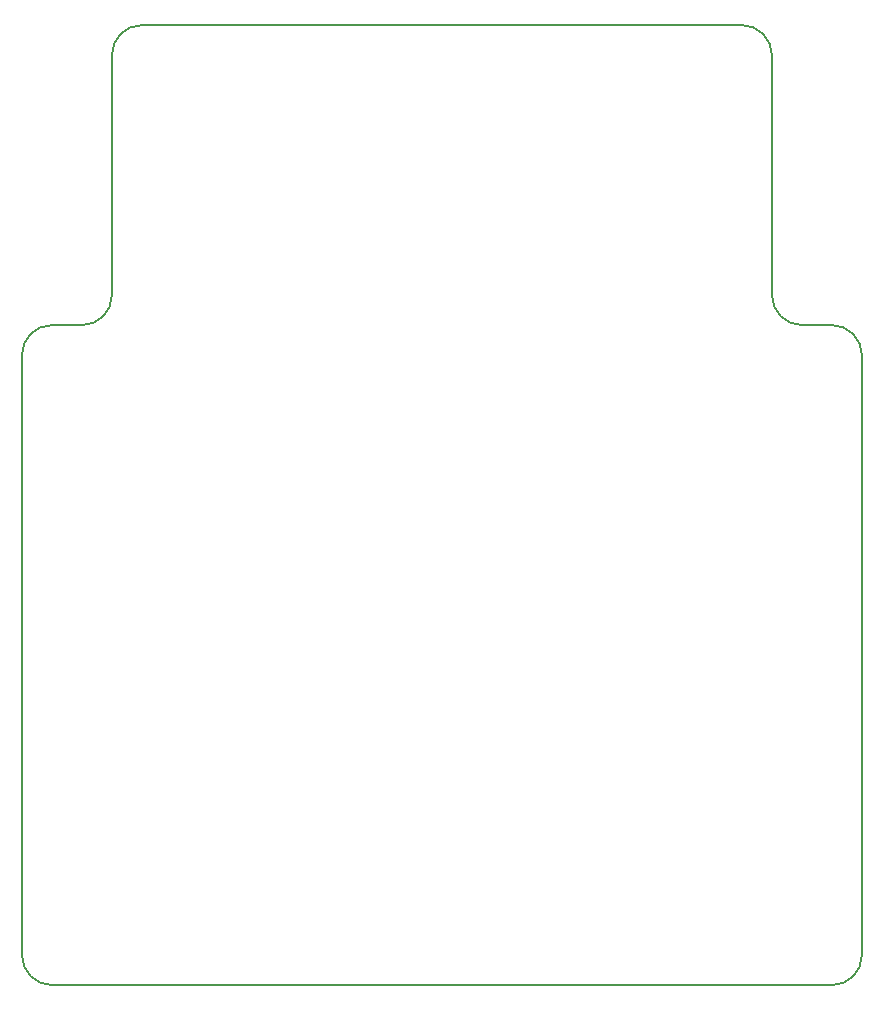
<source format=gbr>
G04 #@! TF.FileFunction,Profile,NP*
%FSLAX46Y46*%
G04 Gerber Fmt 4.6, Leading zero omitted, Abs format (unit mm)*
G04 Created by KiCad (PCBNEW 4.0.6) date 04/07/17 00:55:34*
%MOMM*%
%LPD*%
G01*
G04 APERTURE LIST*
%ADD10C,0.100000*%
%ADD11C,0.150000*%
G04 APERTURE END LIST*
D10*
D11*
X100330000Y-76200000D02*
X102870000Y-76200000D01*
X163830000Y-76200000D02*
X166370000Y-76200000D01*
X105410000Y-53340000D02*
X105410000Y-73660000D01*
X161290000Y-53340000D02*
X161290000Y-73660000D01*
X102870000Y-76200000D02*
G75*
G03X105410000Y-73660000I0J2540000D01*
G01*
X100330000Y-76200000D02*
G75*
G03X97790000Y-78740000I0J-2540000D01*
G01*
X161290000Y-73660000D02*
G75*
G03X163830000Y-76200000I2540000J0D01*
G01*
X168910000Y-78740000D02*
G75*
G03X166370000Y-76200000I-2540000J0D01*
G01*
X107950000Y-50800000D02*
G75*
G03X105410000Y-53340000I0J-2540000D01*
G01*
X161290000Y-53340000D02*
G75*
G03X158750000Y-50800000I-2540000J0D01*
G01*
X97790000Y-129540000D02*
G75*
G03X100330000Y-132080000I2540000J0D01*
G01*
X166370000Y-132080000D02*
G75*
G03X168910000Y-129540000I0J2540000D01*
G01*
X168910000Y-78740000D02*
X168910000Y-129540000D01*
X107950000Y-50800000D02*
X158750000Y-50800000D01*
X97790000Y-129540000D02*
X97790000Y-78740000D01*
X166370000Y-132080000D02*
X100330000Y-132080000D01*
M02*

</source>
